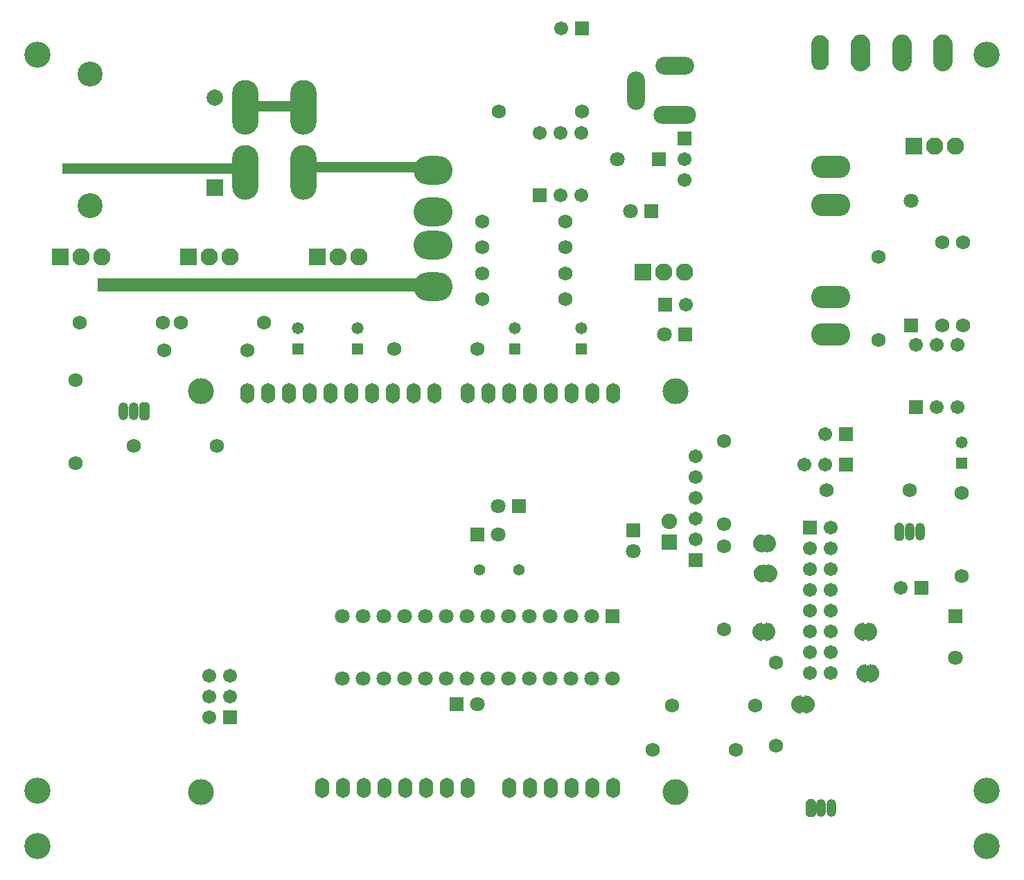
<source format=gbr>
G04 DipTrace 2.4.0.2*
%INBottomMask.gbr*%
%MOIN*%
%ADD50C,0.12*%
%ADD51C,0.126*%
%ADD52C,0.125*%
%ADD64C,0.0789*%
%ADD66R,0.0789X0.0789*%
%ADD68O,0.0474X0.0868*%
%ADD70C,0.075*%
%ADD72R,0.075X0.075*%
%ADD76C,0.056*%
%ADD78O,0.068X0.098*%
%ADD80O,0.188X0.138*%
%ADD82R,0.071X0.071*%
%ADD84C,0.071*%
%ADD86C,0.0828*%
%ADD88R,0.0828X0.0828*%
%ADD90O,0.188X0.108*%
%ADD92O,0.0868X0.1852*%
%ADD94O,0.1852X0.0868*%
%ADD96O,0.2049X0.0868*%
%ADD98R,0.058X0.058*%
%ADD100C,0.058*%
%ADD102O,0.1261X0.2639*%
%ADD104C,0.0671*%
%ADD106R,0.0671X0.0671*%
%ADD108C,0.068*%
%ADD110C,0.068*%
%FSLAX44Y44*%
G04*
G70*
G90*
G75*
G01*
%LNBotMask*%
%LPD*%
D110*
X-43625Y-12875D3*
D108*
X-39625D3*
D110*
X-38750D3*
D108*
X-34750D3*
D106*
X-8500Y-22750D3*
D104*
X-7500D3*
X-8500Y-23750D3*
X-7500D3*
X-8500Y-24750D3*
X-7500D3*
X-8500Y-25750D3*
X-7500D3*
X-8500Y-26750D3*
X-7500D3*
X-8500Y-27750D3*
X-7500D3*
X-8500Y-28750D3*
X-7500D3*
X-8500Y-29750D3*
X-7500D3*
G36*
X-8424Y548D2*
X-8398Y693D1*
X-8325Y821D1*
X-8212Y916D1*
X-8074Y966D1*
X-7927D1*
X-7788Y916D1*
X-7676Y821D1*
X-7602Y694D1*
X-7576Y549D1*
Y-298D1*
X-7602Y-443D1*
X-7675Y-571D1*
X-7788Y-666D1*
X-7926Y-716D1*
X-8073D1*
X-8212Y-666D1*
X-8324Y-571D1*
X-8398Y-444D1*
X-8424Y-299D1*
Y548D1*
G37*
G36*
X-6504Y552D2*
X-6477Y707D1*
X-6396Y847D1*
X-6273Y951D1*
X-6121Y1006D1*
X-5960D1*
X-5808Y951D1*
X-5684Y848D1*
X-5604Y708D1*
X-5576Y553D1*
Y-302D1*
X-5603Y-457D1*
X-5684Y-597D1*
X-5807Y-701D1*
X-5959Y-756D1*
X-6120D1*
X-6272Y-701D1*
X-6396Y-598D1*
X-6476Y-458D1*
X-6504Y-303D1*
Y552D1*
G37*
G36*
X-4524D2*
X-4497Y707D1*
X-4416Y847D1*
X-4293Y951D1*
X-4141Y1006D1*
X-3980D1*
X-3828Y951D1*
X-3704Y848D1*
X-3624Y708D1*
X-3596Y553D1*
Y-302D1*
X-3623Y-457D1*
X-3704Y-597D1*
X-3827Y-701D1*
X-3979Y-756D1*
X-4140D1*
X-4292Y-701D1*
X-4416Y-598D1*
X-4496Y-458D1*
X-4524Y-303D1*
Y552D1*
G37*
G36*
X-2564D2*
X-2537Y707D1*
X-2456Y847D1*
X-2333Y951D1*
X-2181Y1006D1*
X-2020D1*
X-1868Y951D1*
X-1744Y848D1*
X-1664Y708D1*
X-1636Y553D1*
Y-302D1*
X-1663Y-457D1*
X-1744Y-597D1*
X-1867Y-701D1*
X-2019Y-756D1*
X-2180D1*
X-2332Y-701D1*
X-2456Y-598D1*
X-2536Y-458D1*
X-2564Y-303D1*
Y552D1*
G37*
D102*
X-35652Y-5626D3*
Y-2515D3*
X-32842Y-5626D3*
Y-2515D3*
D50*
X-43133Y-890D3*
Y-7243D3*
D100*
X-19500Y-13125D3*
D98*
Y-14125D3*
D100*
X-22687Y-13125D3*
D98*
Y-14125D3*
D110*
X-24250Y-11750D3*
D108*
X-20250D3*
D110*
X-24250Y-8000D3*
D108*
X-20250D3*
D51*
X19Y27D3*
X20Y-35403D3*
X-45650Y-35406D3*
Y27D3*
D52*
X-14961Y-16170D3*
Y-35461D3*
X-37796D3*
Y-16170D3*
G36*
X-10741Y-25331D2*
X-10465D1*
Y-24544D1*
X-10741D1*
Y-25331D1*
G37*
G36*
X-10703Y-24497D2*
X-10865Y-24521D1*
X-10977Y-24572D1*
X-11071Y-24653D1*
X-11138Y-24757D1*
X-11173Y-24876D1*
Y-24999D1*
X-11138Y-25118D1*
X-11071Y-25222D1*
X-10977Y-25303D1*
X-10865Y-25354D1*
X-10703Y-25378D1*
Y-24497D1*
G37*
G36*
X-10523Y-25378D2*
X-10360Y-25354D1*
X-10248Y-25303D1*
X-10155Y-25222D1*
X-10088Y-25118D1*
X-10053Y-24999D1*
Y-24876D1*
X-10088Y-24757D1*
X-10155Y-24653D1*
X-10248Y-24572D1*
X-10360Y-24521D1*
X-10523Y-24497D1*
Y-25378D1*
G37*
D110*
X-12626Y-18564D3*
D108*
Y-22564D3*
D110*
Y-23627D3*
D108*
Y-27627D3*
D106*
X-21500Y-6750D3*
D104*
X-20500D3*
X-19500D3*
Y-3750D3*
X-20500D3*
X-21500D3*
D106*
X-19438Y1312D3*
D104*
X-20438D3*
D110*
X-19438Y-2687D3*
D108*
X-23438D3*
D96*
X-15000Y-2875D3*
D94*
Y-513D3*
D92*
X-16850Y-1694D3*
D90*
X-7501Y-5376D3*
Y-7187D3*
Y-11636D3*
Y-13443D3*
D88*
X-16505Y-10439D3*
D86*
X-15505D3*
X-14505D3*
D106*
X-14504Y-4001D3*
D104*
Y-5001D3*
Y-6001D3*
D106*
X-6750Y-18250D3*
D104*
X-7750D3*
D84*
X-17755Y-5001D3*
D82*
X-15755D3*
D84*
X-17130Y-7501D3*
D82*
X-16130D3*
D84*
X-15500Y-13437D3*
D82*
X-14500D3*
D84*
X-1500Y-29000D3*
D82*
Y-27000D3*
D80*
X-26628Y-11126D3*
Y-9126D3*
Y-7526D3*
Y-5526D3*
D106*
X-15438Y-12000D3*
D104*
X-14438D3*
D106*
X-6750Y-19688D3*
D104*
X-7750D3*
X-8750D3*
D100*
X-30250Y-13125D3*
D98*
Y-14125D3*
D110*
X-24500D3*
D108*
X-28500D3*
G36*
X-8697Y-30856D2*
X-8972D1*
Y-31644D1*
X-8697D1*
Y-30856D1*
G37*
G36*
X-8735Y-31690D2*
X-8572Y-31667D1*
X-8460Y-31615D1*
X-8367Y-31534D1*
X-8300Y-31430D1*
X-8265Y-31312D1*
Y-31188D1*
X-8300Y-31070D1*
X-8367Y-30966D1*
X-8460Y-30885D1*
X-8572Y-30833D1*
X-8735Y-30810D1*
Y-31690D1*
G37*
G36*
X-8915Y-30810D2*
X-9077Y-30833D1*
X-9190Y-30885D1*
X-9283Y-30966D1*
X-9350Y-31070D1*
X-9385Y-31188D1*
Y-31312D1*
X-9350Y-31430D1*
X-9283Y-31534D1*
X-9190Y-31615D1*
X-9077Y-31667D1*
X-8915Y-31690D1*
Y-30810D1*
G37*
G36*
X-5928Y-28144D2*
X-5653D1*
Y-27356D1*
X-5928D1*
Y-28144D1*
G37*
G36*
X-5890Y-27310D2*
X-6053Y-27333D1*
X-6165Y-27385D1*
X-6258Y-27466D1*
X-6325Y-27570D1*
X-6360Y-27688D1*
Y-27812D1*
X-6325Y-27930D1*
X-6258Y-28034D1*
X-6165Y-28115D1*
X-6053Y-28167D1*
X-5890Y-28190D1*
Y-27310D1*
G37*
G36*
X-5710Y-28190D2*
X-5548Y-28167D1*
X-5435Y-28115D1*
X-5342Y-28034D1*
X-5275Y-27930D1*
X-5240Y-27812D1*
Y-27688D1*
X-5275Y-27570D1*
X-5342Y-27466D1*
X-5435Y-27385D1*
X-5548Y-27333D1*
X-5710Y-27310D1*
Y-28190D1*
G37*
G36*
X-10572Y-27356D2*
X-10847D1*
Y-28144D1*
X-10572D1*
Y-27356D1*
G37*
G36*
X-10610Y-28190D2*
X-10447Y-28167D1*
X-10335Y-28115D1*
X-10242Y-28034D1*
X-10175Y-27930D1*
X-10140Y-27812D1*
Y-27688D1*
X-10175Y-27570D1*
X-10242Y-27466D1*
X-10335Y-27385D1*
X-10447Y-27333D1*
X-10610Y-27310D1*
Y-28190D1*
G37*
G36*
X-10790Y-27310D2*
X-10952Y-27333D1*
X-11065Y-27385D1*
X-11158Y-27466D1*
X-11225Y-27570D1*
X-11260Y-27688D1*
Y-27812D1*
X-11225Y-27930D1*
X-11158Y-28034D1*
X-11065Y-28115D1*
X-10952Y-28167D1*
X-10790Y-28190D1*
Y-27310D1*
G37*
G36*
X-5572Y-29356D2*
X-5847D1*
Y-30144D1*
X-5572D1*
Y-29356D1*
G37*
G36*
X-5610Y-30190D2*
X-5447Y-30167D1*
X-5335Y-30115D1*
X-5242Y-30034D1*
X-5175Y-29930D1*
X-5140Y-29812D1*
Y-29688D1*
X-5175Y-29570D1*
X-5242Y-29466D1*
X-5335Y-29385D1*
X-5447Y-29333D1*
X-5610Y-29310D1*
Y-30190D1*
G37*
G36*
X-5790Y-29310D2*
X-5952Y-29333D1*
X-6065Y-29385D1*
X-6158Y-29466D1*
X-6225Y-29570D1*
X-6260Y-29688D1*
Y-29812D1*
X-6225Y-29930D1*
X-6158Y-30034D1*
X-6065Y-30115D1*
X-5952Y-30167D1*
X-5790Y-30190D1*
Y-29310D1*
G37*
D110*
X-24250Y-9250D3*
D108*
X-20250D3*
D110*
Y-10500D3*
D108*
X-24250D3*
G36*
X-10803Y-23894D2*
X-10528D1*
Y-23106D1*
X-10803D1*
Y-23894D1*
G37*
G36*
X-10765Y-23060D2*
X-10928Y-23083D1*
X-11040Y-23135D1*
X-11133Y-23216D1*
X-11200Y-23320D1*
X-11235Y-23438D1*
Y-23562D1*
X-11200Y-23680D1*
X-11133Y-23784D1*
X-11040Y-23865D1*
X-10928Y-23917D1*
X-10765Y-23940D1*
Y-23060D1*
G37*
G36*
X-10585Y-23940D2*
X-10423Y-23917D1*
X-10310Y-23865D1*
X-10217Y-23784D1*
X-10150Y-23680D1*
X-10115Y-23562D1*
Y-23438D1*
X-10150Y-23320D1*
X-10217Y-23216D1*
X-10310Y-23135D1*
X-10423Y-23083D1*
X-10585Y-23060D1*
Y-23940D1*
G37*
D106*
X-3125Y-25625D3*
D104*
X-4125D3*
D110*
X-15125Y-31313D3*
D108*
X-11125D3*
D110*
X-10125Y-29250D3*
D108*
Y-33250D3*
D78*
X-31941Y-35254D3*
X-30941D3*
X-29941D3*
X-28941D3*
X-27941D3*
X-26941D3*
X-25941D3*
X-24941D3*
X-22941D3*
X-21941D3*
X-20941D3*
X-19941D3*
X-18941D3*
X-17941D3*
X-35541Y-16254D3*
X-34541D3*
X-33541D3*
X-32541D3*
X-31541D3*
X-30541D3*
X-29541D3*
X-28541D3*
X-27541D3*
X-26541D3*
X-24941D3*
X-23941D3*
X-22941D3*
X-21941D3*
X-20941D3*
X-19941D3*
X-18941D3*
X-17941D3*
D82*
X-18000Y-27000D3*
D84*
X-19000D3*
X-20000D3*
X-21000D3*
X-22000D3*
X-23000D3*
X-24000D3*
X-25000D3*
X-26000D3*
X-27000D3*
X-28000D3*
X-29000D3*
X-30000D3*
X-31000D3*
Y-30000D3*
X-30000D3*
X-29000D3*
X-28000D3*
X-27000D3*
X-26000D3*
X-25000D3*
X-24000D3*
X-23000D3*
X-22000D3*
X-21000D3*
X-20000D3*
X-19000D3*
X-18000D3*
X-24500Y-31250D3*
D82*
X-25500D3*
D106*
X-36375Y-31875D3*
D104*
X-37375D3*
X-36375Y-30875D3*
X-37375D3*
X-36375Y-29875D3*
X-37375D3*
D76*
X-22502Y-24753D3*
X-24402D3*
D84*
X-23502Y-21690D3*
D82*
X-22502D3*
D84*
X-23502Y-23065D3*
D82*
X-24502D3*
D110*
X-16063Y-33438D3*
D108*
X-12063D3*
D72*
X-15252Y-23440D3*
D70*
Y-22440D3*
D106*
X-14001Y-24315D3*
D104*
Y-23315D3*
Y-22315D3*
Y-21315D3*
Y-20315D3*
Y-19315D3*
G36*
X-8675Y-36562D2*
X-8553Y-36684D1*
X-8322D1*
X-8200Y-36562D1*
Y-35938D1*
X-8322Y-35816D1*
X-8553D1*
X-8675Y-35938D1*
Y-36562D1*
G37*
D68*
X-7938Y-36250D3*
X-7438D3*
D84*
X-17000Y-23875D3*
D82*
Y-22875D3*
D106*
X-3374Y-16937D3*
D104*
X-2374D3*
X-1374D3*
Y-13937D3*
X-2374D3*
X-3374D3*
D88*
X-3499Y-4375D3*
D86*
X-2499D3*
X-1499D3*
D110*
X-5188Y-9689D3*
D108*
Y-13689D3*
D110*
X-1188Y-21063D3*
D108*
Y-25063D3*
D100*
X-1187Y-18625D3*
D98*
Y-19625D3*
G36*
X-4425Y-23249D2*
X-4303Y-23371D1*
X-4072D1*
X-3950Y-23249D1*
Y-22626D1*
X-4072Y-22504D1*
X-4303D1*
X-4425Y-22626D1*
Y-23249D1*
G37*
D68*
X-3688Y-22937D3*
X-3188D3*
D110*
X-7688Y-20938D3*
D108*
X-3688D3*
D110*
X-2125Y-13001D3*
D108*
Y-9001D3*
D82*
X-3625Y-13001D3*
D84*
Y-7001D3*
D110*
X-1125Y-13001D3*
D108*
Y-9001D3*
D88*
X-32191Y-9689D3*
D86*
X-31191D3*
X-30191D3*
D110*
X-43817Y-19627D3*
D108*
Y-15627D3*
D88*
X-38379Y-9689D3*
D86*
X-37379D3*
X-36379D3*
G36*
X-40267Y-16815D2*
X-40389Y-16693D1*
X-40619D1*
X-40741Y-16815D1*
Y-17439D1*
X-40619Y-17561D1*
X-40389D1*
X-40267Y-17439D1*
Y-16815D1*
G37*
D68*
X-41004Y-17127D3*
X-41504D3*
D100*
X-33125Y-13125D3*
D98*
Y-14125D3*
D110*
X-35562Y-14188D3*
D108*
X-39562D3*
D110*
X-37004Y-18815D3*
D108*
X-41004D3*
D66*
X-37129Y-6376D3*
D64*
Y-2025D3*
D88*
X-44567Y-9689D3*
D86*
X-43567D3*
X-42567D3*
D51*
X-45650Y-38063D3*
X0D3*
G36*
X-32500Y-5126D2*
X-27128D1*
Y-5626D1*
X-32500D1*
Y-5126D1*
G37*
G36*
X-44442Y-5188D2*
X-36250D1*
Y-5688D1*
X-44442D1*
Y-5188D1*
G37*
G36*
X-35500Y-2188D2*
X-33253D1*
Y-2688D1*
X-35500D1*
Y-2188D1*
G37*
G36*
X-42750Y-10751D2*
X-27253D1*
Y-11376D1*
X-42750D1*
Y-10751D1*
G37*
M02*

</source>
